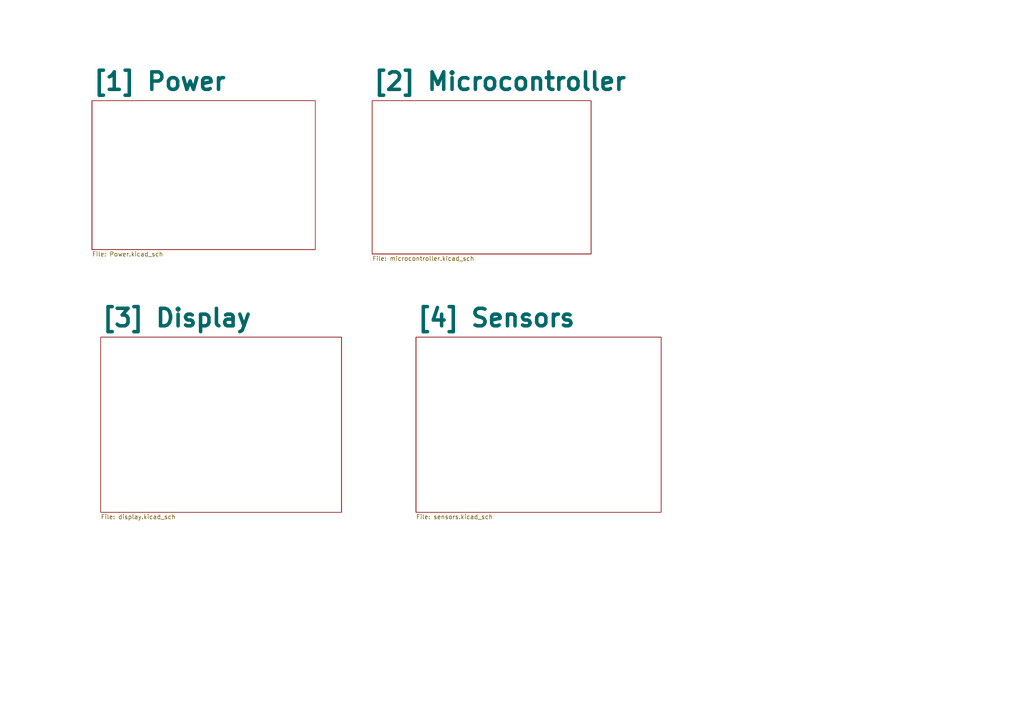
<source format=kicad_sch>
(kicad_sch
	(version 20231120)
	(generator "eeschema")
	(generator_version "8.0")
	(uuid "7c9580d6-c22f-4506-b9c3-9272e882c9fb")
	(paper "A4")
	(title_block
		(title "Variable Voltage Controller")
		(date "2025-02-02")
		(rev "1.0")
	)
	(lib_symbols)
	(sheet
		(at 26.67 29.21)
		(size 64.77 43.18)
		(fields_autoplaced yes)
		(stroke
			(width 0.1524)
			(type solid)
		)
		(fill
			(color 0 0 0 0.0000)
		)
		(uuid "18589d04-92b7-4bb3-b941-112d31f9b6cf")
		(property "Sheetname" "[1] Power"
			(at 26.67 26.5934 0)
			(effects
				(font
					(size 5.08 5.08)
					(thickness 1.016)
					(bold yes)
				)
				(justify left bottom)
			)
		)
		(property "Sheetfile" "Power.kicad_sch"
			(at 26.67 72.9746 0)
			(effects
				(font
					(size 1.27 1.27)
				)
				(justify left top)
			)
		)
		(instances
			(project "Var_Volt_Conv"
				(path "/7c9580d6-c22f-4506-b9c3-9272e882c9fb"
					(page "3")
				)
			)
		)
	)
	(sheet
		(at 120.65 97.79)
		(size 71.12 50.8)
		(fields_autoplaced yes)
		(stroke
			(width 0.1524)
			(type solid)
		)
		(fill
			(color 0 0 0 0.0000)
		)
		(uuid "a939aa62-b331-46a3-b3e0-48fa29856a0e")
		(property "Sheetname" "[4] Sensors"
			(at 120.65 95.1734 0)
			(effects
				(font
					(size 5.08 5.08)
					(thickness 1.016)
					(bold yes)
				)
				(justify left bottom)
			)
		)
		(property "Sheetfile" "sensors.kicad_sch"
			(at 120.65 149.1746 0)
			(effects
				(font
					(size 1.27 1.27)
				)
				(justify left top)
			)
		)
		(instances
			(project "Var_Volt_Conv"
				(path "/7c9580d6-c22f-4506-b9c3-9272e882c9fb"
					(page "5")
				)
			)
		)
	)
	(sheet
		(at 107.95 29.21)
		(size 63.5 44.45)
		(fields_autoplaced yes)
		(stroke
			(width 0.1524)
			(type solid)
		)
		(fill
			(color 0 0 0 0.0000)
		)
		(uuid "b048280b-6fef-4656-96bb-ca0a0c35ac5b")
		(property "Sheetname" "[2] Microcontroller"
			(at 107.95 26.5934 0)
			(effects
				(font
					(size 5.08 5.08)
					(thickness 1.016)
					(bold yes)
				)
				(justify left bottom)
			)
		)
		(property "Sheetfile" "microcontroller.kicad_sch"
			(at 107.95 74.2446 0)
			(effects
				(font
					(size 1.27 1.27)
				)
				(justify left top)
			)
		)
		(instances
			(project "Var_Volt_Conv"
				(path "/7c9580d6-c22f-4506-b9c3-9272e882c9fb"
					(page "2")
				)
			)
		)
	)
	(sheet
		(at 29.21 97.79)
		(size 69.85 50.8)
		(fields_autoplaced yes)
		(stroke
			(width 0.1524)
			(type solid)
		)
		(fill
			(color 0 0 0 0.0000)
		)
		(uuid "da7c3a55-ae2d-42a4-870c-c5ac34ec6e6a")
		(property "Sheetname" "[3] Display"
			(at 29.21 95.1734 0)
			(effects
				(font
					(size 5.08 5.08)
					(thickness 1.016)
					(bold yes)
				)
				(justify left bottom)
			)
		)
		(property "Sheetfile" "display.kicad_sch"
			(at 29.21 149.1746 0)
			(effects
				(font
					(size 1.27 1.27)
				)
				(justify left top)
			)
		)
		(instances
			(project "Var_Volt_Conv"
				(path "/7c9580d6-c22f-4506-b9c3-9272e882c9fb"
					(page "4")
				)
			)
		)
	)
	(sheet_instances
		(path "/"
			(page "1")
		)
	)
)

</source>
